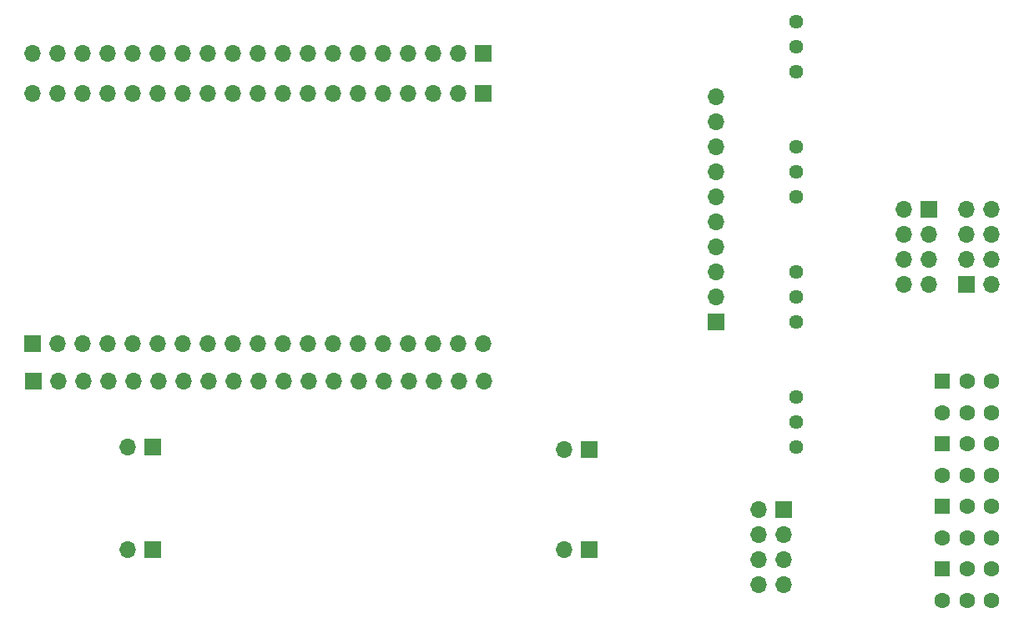
<source format=gbr>
%TF.GenerationSoftware,KiCad,Pcbnew,7.0.2*%
%TF.CreationDate,2023-05-18T09:18:09-03:00*%
%TF.ProjectId,placaSensIC075,706c6163-6153-4656-9e73-49433037352e,rev?*%
%TF.SameCoordinates,Original*%
%TF.FileFunction,Soldermask,Top*%
%TF.FilePolarity,Negative*%
%FSLAX46Y46*%
G04 Gerber Fmt 4.6, Leading zero omitted, Abs format (unit mm)*
G04 Created by KiCad (PCBNEW 7.0.2) date 2023-05-18 09:18:09*
%MOMM*%
%LPD*%
G01*
G04 APERTURE LIST*
%ADD10R,1.700000X1.700000*%
%ADD11O,1.700000X1.700000*%
%ADD12R,1.600000X1.600000*%
%ADD13C,1.600000*%
%ADD14C,1.440000*%
G04 APERTURE END LIST*
D10*
%TO.C,J12*%
X90750000Y-92370000D03*
D11*
X93290000Y-92370000D03*
X95830000Y-92370000D03*
X98370000Y-92370000D03*
X100910000Y-92370000D03*
X103450000Y-92370000D03*
X105990000Y-92370000D03*
X108530000Y-92370000D03*
X111070000Y-92370000D03*
X113610000Y-92370000D03*
X116150000Y-92370000D03*
X118690000Y-92370000D03*
X121230000Y-92370000D03*
X123770000Y-92370000D03*
X126310000Y-92370000D03*
X128850000Y-92370000D03*
X131390000Y-92370000D03*
X133930000Y-92370000D03*
X136470000Y-92370000D03*
%TD*%
D10*
%TO.C,J3*%
X185420000Y-82550000D03*
D11*
X187960000Y-82550000D03*
X185420000Y-80010000D03*
X187960000Y-80010000D03*
X185420000Y-77470000D03*
X187960000Y-77470000D03*
X185420000Y-74930000D03*
X187960000Y-74930000D03*
%TD*%
D10*
%TO.C,J6*%
X102870000Y-99060000D03*
D11*
X100330000Y-99060000D03*
%TD*%
D12*
%TO.C,SW1*%
X183012500Y-92380000D03*
D13*
X185512500Y-92380000D03*
X188012500Y-92380000D03*
X183012500Y-95580000D03*
X185512500Y-95580000D03*
X188012500Y-95580000D03*
%TD*%
D10*
%TO.C,J4*%
X136450000Y-63140000D03*
D11*
X133910000Y-63140000D03*
X131370000Y-63140000D03*
X128830000Y-63140000D03*
X126290000Y-63140000D03*
X123750000Y-63140000D03*
X121210000Y-63140000D03*
X118670000Y-63140000D03*
X116130000Y-63140000D03*
X113590000Y-63140000D03*
X111050000Y-63140000D03*
X108510000Y-63140000D03*
X105970000Y-63140000D03*
X103430000Y-63140000D03*
X100890000Y-63140000D03*
X98350000Y-63140000D03*
X95810000Y-63140000D03*
X93270000Y-63140000D03*
X90730000Y-63140000D03*
%TD*%
D14*
%TO.C,RV4*%
X168148000Y-55880000D03*
X168148000Y-58420000D03*
X168148000Y-60960000D03*
%TD*%
D12*
%TO.C,SW4*%
X183012500Y-111430000D03*
D13*
X185512500Y-111430000D03*
X188012500Y-111430000D03*
X183012500Y-114630000D03*
X185512500Y-114630000D03*
X188012500Y-114630000D03*
%TD*%
D10*
%TO.C,J10*%
X166878000Y-105410000D03*
D11*
X164338000Y-105410000D03*
X166878000Y-107950000D03*
X164338000Y-107950000D03*
X166878000Y-110490000D03*
X164338000Y-110490000D03*
X166878000Y-113030000D03*
X164338000Y-113030000D03*
%TD*%
D12*
%TO.C,SW3*%
X183012500Y-105080000D03*
D13*
X185512500Y-105080000D03*
X188012500Y-105080000D03*
X183012500Y-108280000D03*
X185512500Y-108280000D03*
X188012500Y-108280000D03*
%TD*%
D10*
%TO.C,J9*%
X147193000Y-109449000D03*
D11*
X144653000Y-109449000D03*
%TD*%
D14*
%TO.C,RV3*%
X168148000Y-93980000D03*
X168148000Y-96520000D03*
X168148000Y-99060000D03*
%TD*%
%TO.C,RV1*%
X168148000Y-68580000D03*
X168148000Y-71120000D03*
X168148000Y-73660000D03*
%TD*%
D12*
%TO.C,SW2*%
X183012500Y-98730000D03*
D13*
X185512500Y-98730000D03*
X188012500Y-98730000D03*
X183012500Y-101930000D03*
X185512500Y-101930000D03*
X188012500Y-101930000D03*
%TD*%
D10*
%TO.C,J2*%
X160020000Y-86360000D03*
D11*
X160020000Y-83820000D03*
X160020000Y-81280000D03*
X160020000Y-78740000D03*
X160020000Y-76200000D03*
X160020000Y-73660000D03*
X160020000Y-71120000D03*
X160020000Y-68580000D03*
X160020000Y-66040000D03*
X160020000Y-63500000D03*
%TD*%
D10*
%TO.C,J5*%
X90730000Y-88540000D03*
D11*
X93270000Y-88540000D03*
X95810000Y-88540000D03*
X98350000Y-88540000D03*
X100890000Y-88540000D03*
X103430000Y-88540000D03*
X105970000Y-88540000D03*
X108510000Y-88540000D03*
X111050000Y-88540000D03*
X113590000Y-88540000D03*
X116130000Y-88540000D03*
X118670000Y-88540000D03*
X121210000Y-88540000D03*
X123750000Y-88540000D03*
X126290000Y-88540000D03*
X128830000Y-88540000D03*
X131370000Y-88540000D03*
X133910000Y-88540000D03*
X136450000Y-88540000D03*
%TD*%
D10*
%TO.C,J8*%
X102870000Y-109449000D03*
D11*
X100330000Y-109449000D03*
%TD*%
D10*
%TO.C,J1*%
X181630000Y-74930000D03*
D11*
X179090000Y-74930000D03*
X181630000Y-77470000D03*
X179090000Y-77470000D03*
X181630000Y-80010000D03*
X179090000Y-80010000D03*
X181630000Y-82550000D03*
X179090000Y-82550000D03*
%TD*%
D14*
%TO.C,RV2*%
X168148000Y-81280000D03*
X168148000Y-83820000D03*
X168148000Y-86360000D03*
%TD*%
D10*
%TO.C,J7*%
X147193000Y-99289000D03*
D11*
X144653000Y-99289000D03*
%TD*%
D10*
%TO.C,J11*%
X136440000Y-59130000D03*
D11*
X133900000Y-59130000D03*
X131360000Y-59130000D03*
X128820000Y-59130000D03*
X126280000Y-59130000D03*
X123740000Y-59130000D03*
X121200000Y-59130000D03*
X118660000Y-59130000D03*
X116120000Y-59130000D03*
X113580000Y-59130000D03*
X111040000Y-59130000D03*
X108500000Y-59130000D03*
X105960000Y-59130000D03*
X103420000Y-59130000D03*
X100880000Y-59130000D03*
X98340000Y-59130000D03*
X95800000Y-59130000D03*
X93260000Y-59130000D03*
X90720000Y-59130000D03*
%TD*%
M02*

</source>
